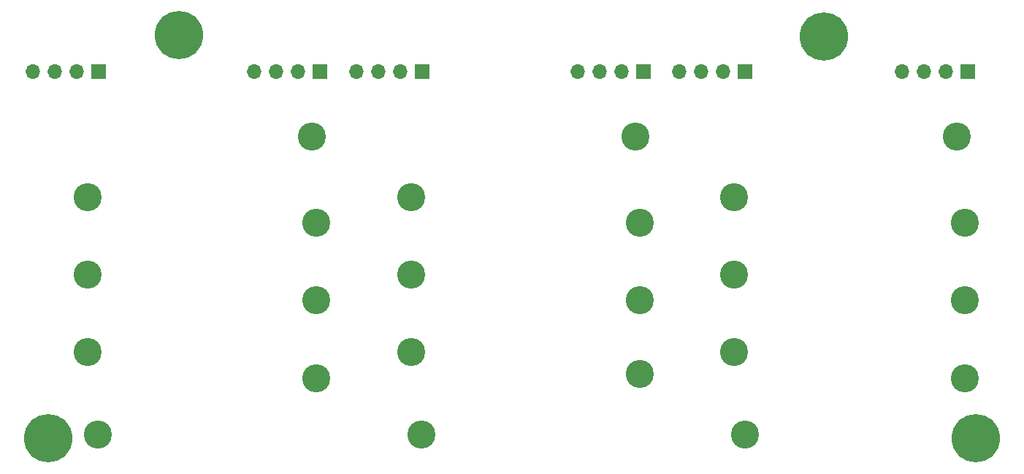
<source format=gbr>
%TF.GenerationSoftware,KiCad,Pcbnew,8.0.5*%
%TF.CreationDate,2025-04-10T18:40:22-04:00*%
%TF.ProjectId,LowerPOGO,4c6f7765-7250-44f4-974f-2e6b69636164,v4*%
%TF.SameCoordinates,Original*%
%TF.FileFunction,Soldermask,Bot*%
%TF.FilePolarity,Negative*%
%FSLAX46Y46*%
G04 Gerber Fmt 4.6, Leading zero omitted, Abs format (unit mm)*
G04 Created by KiCad (PCBNEW 8.0.5) date 2025-04-10 18:40:22*
%MOMM*%
%LPD*%
G01*
G04 APERTURE LIST*
%ADD10C,3.250000*%
%ADD11R,1.700000X1.700000*%
%ADD12O,1.700000X1.700000*%
%ADD13C,3.600000*%
%ADD14C,5.600000*%
G04 APERTURE END LIST*
D10*
%TO.C,J9*%
X135250000Y-126500000D03*
%TD*%
%TO.C,J7*%
X124250000Y-138500000D03*
%TD*%
D11*
%TO.C,J29*%
X174000000Y-112000000D03*
D12*
X171460000Y-112000000D03*
X168920000Y-112000000D03*
X166380000Y-112000000D03*
%TD*%
D10*
%TO.C,J8*%
X124250000Y-147500000D03*
%TD*%
%TO.C,J20*%
X174000000Y-154000000D03*
%TD*%
D13*
%TO.C,H4*%
X200750000Y-154500000D03*
D14*
X200750000Y-154500000D03*
%TD*%
D10*
%TO.C,J23*%
X199500000Y-138500000D03*
%TD*%
D13*
%TO.C,H1*%
X108325000Y-107750000D03*
D14*
X108325000Y-107750000D03*
%TD*%
D13*
%TO.C,H2*%
X183150000Y-107925000D03*
D14*
X183150000Y-107925000D03*
%TD*%
D13*
%TO.C,H3*%
X93250000Y-154500000D03*
D14*
X93250000Y-154500000D03*
%TD*%
D10*
%TO.C,J11*%
X135250000Y-144500000D03*
%TD*%
%TO.C,J12*%
X136500000Y-154000000D03*
%TD*%
%TO.C,J1*%
X97750000Y-126500000D03*
%TD*%
%TO.C,J24*%
X199500000Y-147500000D03*
%TD*%
D11*
%TO.C,J26*%
X124700000Y-112000000D03*
D12*
X122160000Y-112000000D03*
X119620000Y-112000000D03*
X117080000Y-112000000D03*
%TD*%
D10*
%TO.C,J17*%
X172750000Y-126500000D03*
%TD*%
D11*
%TO.C,J28*%
X162250000Y-112000000D03*
D12*
X159710000Y-112000000D03*
X157170000Y-112000000D03*
X154630000Y-112000000D03*
%TD*%
D10*
%TO.C,J5*%
X123750000Y-119500000D03*
%TD*%
D11*
%TO.C,J25*%
X99025000Y-112000000D03*
D12*
X96485000Y-112000000D03*
X93945000Y-112000000D03*
X91405000Y-112000000D03*
%TD*%
D10*
%TO.C,J18*%
X172750000Y-135500000D03*
%TD*%
%TO.C,J2*%
X97750000Y-135500000D03*
%TD*%
%TO.C,J3*%
X97750000Y-144500000D03*
%TD*%
%TO.C,J6*%
X124250000Y-129500000D03*
%TD*%
%TO.C,J14*%
X161750000Y-129500000D03*
%TD*%
%TO.C,J4*%
X99000000Y-154000000D03*
%TD*%
%TO.C,J21*%
X198500000Y-119500000D03*
%TD*%
%TO.C,J22*%
X199500000Y-129500000D03*
%TD*%
%TO.C,J10*%
X135250000Y-135500000D03*
%TD*%
%TO.C,J19*%
X172750000Y-144500000D03*
%TD*%
%TO.C,J13*%
X161250000Y-119500000D03*
%TD*%
D11*
%TO.C,J30*%
X199825000Y-111950000D03*
D12*
X197285000Y-111950000D03*
X194745000Y-111950000D03*
X192205000Y-111950000D03*
%TD*%
D10*
%TO.C,J16*%
X161750000Y-147000000D03*
%TD*%
%TO.C,J15*%
X161750000Y-138500000D03*
%TD*%
D11*
%TO.C,J27*%
X136525000Y-112000000D03*
D12*
X133985000Y-112000000D03*
X131445000Y-112000000D03*
X128905000Y-112000000D03*
%TD*%
M02*

</source>
